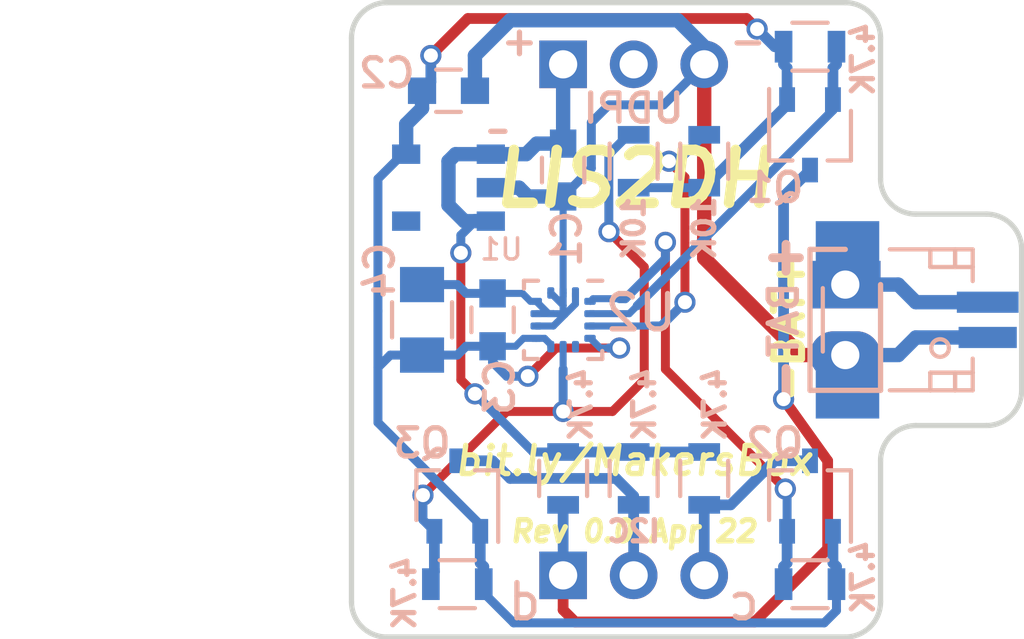
<source format=kicad_pcb>
(kicad_pcb (version 20171130) (host pcbnew "(5.1.10)-1")

  (general
    (thickness 1.6)
    (drawings 29)
    (tracks 197)
    (zones 0)
    (modules 21)
    (nets 12)
  )

  (page A)
  (title_block
    (title "Lights ATtiny826")
    (date 2022-03-18)
    (rev 0.0)
    (company www.MakersBox.us)
    (comment 1 648.ken@gmail.com)
  )

  (layers
    (0 F.Cu signal hide)
    (31 B.Cu signal hide)
    (32 B.Adhes user hide)
    (33 F.Adhes user hide)
    (34 B.Paste user hide)
    (35 F.Paste user hide)
    (36 B.SilkS user hide)
    (37 F.SilkS user hide)
    (38 B.Mask user hide)
    (39 F.Mask user hide)
    (40 Dwgs.User user)
    (41 Cmts.User user)
    (42 Eco1.User user)
    (43 Eco2.User user hide)
    (44 Edge.Cuts user)
    (45 Margin user)
    (46 B.CrtYd user)
    (47 F.CrtYd user)
    (48 B.Fab user)
    (49 F.Fab user)
  )

  (setup
    (last_trace_width 0.2)
    (user_trace_width 0.254)
    (user_trace_width 0.3048)
    (user_trace_width 0.4064)
    (user_trace_width 0.6096)
    (trace_clearance 0.127)
    (zone_clearance 0.508)
    (zone_45_only no)
    (trace_min 0.2)
    (via_size 0.6)
    (via_drill 0.4)
    (via_min_size 0.4)
    (via_min_drill 0.3)
    (uvia_size 0.3)
    (uvia_drill 0.1)
    (uvias_allowed no)
    (uvia_min_size 0.2)
    (uvia_min_drill 0.1)
    (edge_width 0.15)
    (segment_width 0.2)
    (pcb_text_width 0.3)
    (pcb_text_size 1.5 1.5)
    (mod_edge_width 0.15)
    (mod_text_size 1 1)
    (mod_text_width 0.15)
    (pad_size 0.8 0.2)
    (pad_drill 0)
    (pad_to_mask_clearance 0)
    (aux_axis_origin 0 0)
    (visible_elements 7FFFFFFF)
    (pcbplotparams
      (layerselection 0x00030_80000001)
      (usegerberextensions false)
      (usegerberattributes true)
      (usegerberadvancedattributes true)
      (creategerberjobfile true)
      (excludeedgelayer true)
      (linewidth 0.100000)
      (plotframeref false)
      (viasonmask false)
      (mode 1)
      (useauxorigin false)
      (hpglpennumber 1)
      (hpglpenspeed 20)
      (hpglpendiameter 15.000000)
      (psnegative false)
      (psa4output false)
      (plotreference true)
      (plotvalue true)
      (plotinvisibletext false)
      (padsonsilk false)
      (subtractmaskfromsilk false)
      (outputformat 1)
      (mirror false)
      (drillshape 0)
      (scaleselection 1)
      (outputdirectory ""))
  )

  (net 0 "")
  (net 1 GND)
  (net 2 "Net-(J1-Pad2)")
  (net 3 VCC)
  (net 4 +3V3)
  (net 5 /SCL)
  (net 6 /INT)
  (net 7 /SDA)
  (net 8 /SDA_3V3)
  (net 9 /SCL_3V3)
  (net 10 /INT_3V3)
  (net 11 "Net-(R7-Pad2)")

  (net_class Default "This is the default net class."
    (clearance 0.127)
    (trace_width 0.2)
    (via_dia 0.6)
    (via_drill 0.4)
    (uvia_dia 0.3)
    (uvia_drill 0.1)
    (add_net +3V3)
    (add_net /INT)
    (add_net /INT_3V3)
    (add_net /SCL)
    (add_net /SCL_3V3)
    (add_net /SDA)
    (add_net /SDA_3V3)
    (add_net GND)
    (add_net "Net-(J1-Pad2)")
    (add_net "Net-(R7-Pad2)")
    (add_net VCC)
  )

  (module footprints:PIN_HEADER_LED (layer B.Cu) (tedit 6234EFD3) (tstamp 60357F5B)
    (at 145 92 180)
    (descr "Through hole straight pin header, 1x02, 2.00mm pitch, single row")
    (tags "Through hole pin header THT 1x02 2.00mm single row")
    (path /60347008)
    (fp_text reference J2 (at 0 2.06 180) (layer B.SilkS) hide
      (effects (font (size 1 1) (thickness 0.15)) (justify mirror))
    )
    (fp_text value BAT (at 1.75 -1 270) (layer B.SilkS)
      (effects (font (size 0.8 0.8) (thickness 0.15)) (justify mirror))
    )
    (fp_line (start -1 0) (end -1 -3) (layer B.SilkS) (width 0.15))
    (fp_line (start -1 -3) (end 1 -3) (layer B.SilkS) (width 0.15))
    (fp_line (start 1 -3) (end 1 1) (layer B.SilkS) (width 0.15))
    (fp_line (start 1 1) (end 0 1) (layer B.SilkS) (width 0.15))
    (fp_line (start -0.5 1) (end 1 1) (layer B.Fab) (width 0.1))
    (fp_line (start 1 1) (end 1 -3) (layer B.Fab) (width 0.1))
    (fp_line (start 1 -3) (end -1 -3) (layer B.Fab) (width 0.1))
    (fp_line (start -1 -3) (end -1 0.5) (layer B.Fab) (width 0.1))
    (fp_line (start -1 0.5) (end -0.5 1) (layer B.Fab) (width 0.1))
    (fp_line (start -1.5 1.5) (end -1.5 -3.5) (layer B.CrtYd) (width 0.05))
    (fp_line (start -1.5 -3.5) (end 1.5 -3.5) (layer B.CrtYd) (width 0.05))
    (fp_line (start 1.5 -3.5) (end 1.5 1.5) (layer B.CrtYd) (width 0.05))
    (fp_line (start 1.5 1.5) (end -1.5 1.5) (layer B.CrtYd) (width 0.05))
    (fp_text user %R (at 0 -1 90) (layer B.Fab)
      (effects (font (size 1 1) (thickness 0.15)) (justify mirror))
    )
    (pad 1 thru_hole rect (at 0 0 180) (size 2 1.35) (drill 0.8) (layers *.Cu *.Mask)
      (net 2 "Net-(J1-Pad2)"))
    (pad 2 thru_hole oval (at 0 -2 180) (size 2 1.35) (drill 0.8) (layers *.Cu *.Mask)
      (net 1 GND))
    (model ${KISYS3DMOD}/Pin_Headers.3dshapes/Pin_Header_Straight_1x02_Pitch2.00mm.wrl
      (at (xyz 0 0 0))
      (scale (xyz 1 1 1))
      (rotate (xyz 0 0 0))
    )
  )

  (module footprints:JST_SH_SM02B_hand_solder (layer B.Cu) (tedit 6041D3AA) (tstamp 60425510)
    (at 147 93 90)
    (descr http://www.jst-mfg.com/product/pdf/eng/eSH.pdf)
    (tags "connector jst sh")
    (path /6041C3A6)
    (attr smd)
    (fp_text reference J1 (at -0.5 4 90) (layer B.SilkS) hide
      (effects (font (size 1 1) (thickness 0.15)) (justify mirror))
    )
    (fp_text value JST-SH (at 0 -4.5 90) (layer B.Fab)
      (effects (font (size 1 1) (thickness 0.15)) (justify mirror))
    )
    (fp_circle (center -0.8 0.6875) (end -0.55 0.6875) (layer B.SilkS) (width 0.12))
    (fp_line (start -0.9 -2.6375) (end 0.9 -2.6375) (layer B.SilkS) (width 0.12))
    (fp_line (start -2 -0.7375) (end -2 1.6125) (layer B.SilkS) (width 0.12))
    (fp_line (start -2 1.6125) (end -1.1 1.6125) (layer B.SilkS) (width 0.12))
    (fp_line (start -1.5 1.6125) (end -1.5 0.4125) (layer B.SilkS) (width 0.12))
    (fp_line (start -1.5 0.4125) (end -1.5 0.4125) (layer B.SilkS) (width 0.12))
    (fp_line (start -1.5 0.4125) (end -1.5 1.6125) (layer B.SilkS) (width 0.12))
    (fp_line (start -1.5 1.6125) (end -1.5 1.6125) (layer B.SilkS) (width 0.12))
    (fp_line (start -1.5 1.1125) (end -1.5 1.1125) (layer B.SilkS) (width 0.12))
    (fp_line (start -1.5 1.1125) (end -2 1.1125) (layer B.SilkS) (width 0.12))
    (fp_line (start -2 1.1125) (end -2 1.1125) (layer B.SilkS) (width 0.12))
    (fp_line (start -2 1.1125) (end -1.5 1.1125) (layer B.SilkS) (width 0.12))
    (fp_line (start -1.5 0.4125) (end -1.5 0.4125) (layer B.SilkS) (width 0.12))
    (fp_line (start -1.5 0.4125) (end -2 0.4125) (layer B.SilkS) (width 0.12))
    (fp_line (start -2 0.4125) (end -2 0.4125) (layer B.SilkS) (width 0.12))
    (fp_line (start -2 0.4125) (end -1.5 0.4125) (layer B.SilkS) (width 0.12))
    (fp_line (start 2 -0.7375) (end 2 1.6125) (layer B.SilkS) (width 0.12))
    (fp_line (start 2 1.6125) (end 1.1 1.6125) (layer B.SilkS) (width 0.12))
    (fp_line (start 1.5 1.6125) (end 1.5 0.4125) (layer B.SilkS) (width 0.12))
    (fp_line (start 1.5 0.4125) (end 1.5 0.4125) (layer B.SilkS) (width 0.12))
    (fp_line (start 1.5 0.4125) (end 1.5 1.6125) (layer B.SilkS) (width 0.12))
    (fp_line (start 1.5 1.6125) (end 1.5 1.6125) (layer B.SilkS) (width 0.12))
    (fp_line (start 1.5 1.1125) (end 1.5 1.1125) (layer B.SilkS) (width 0.12))
    (fp_line (start 1.5 1.1125) (end 2 1.1125) (layer B.SilkS) (width 0.12))
    (fp_line (start 2 1.1125) (end 2 1.1125) (layer B.SilkS) (width 0.12))
    (fp_line (start 2 1.1125) (end 1.5 1.1125) (layer B.SilkS) (width 0.12))
    (fp_line (start 1.5 0.4125) (end 1.5 0.4125) (layer B.SilkS) (width 0.12))
    (fp_line (start 1.5 0.4125) (end 2 0.4125) (layer B.SilkS) (width 0.12))
    (fp_line (start 2 0.4125) (end 2 0.4125) (layer B.SilkS) (width 0.12))
    (fp_line (start 2 0.4125) (end 1.5 0.4125) (layer B.SilkS) (width 0.12))
    (fp_line (start -2.9 -3.35) (end -2.9 3.25) (layer B.CrtYd) (width 0.05))
    (fp_line (start -2.9 3.25) (end 2.9 3.25) (layer B.CrtYd) (width 0.05))
    (fp_line (start 2.9 3.25) (end 2.9 -3.35) (layer B.CrtYd) (width 0.05))
    (fp_line (start 2.9 -3.35) (end -2.9 -3.35) (layer B.CrtYd) (width 0.05))
    (pad 1 smd rect (at -0.5 2.0375 90) (size 0.6 1.65) (layers B.Cu B.Paste B.Mask)
      (net 1 GND))
    (pad 2 smd rect (at 0.5 2.0375 90) (size 0.6 1.75) (layers B.Cu B.Paste B.Mask)
      (net 2 "Net-(J1-Pad2)"))
    (pad 1 smd rect (at -2 -1.9375 90) (size 1.6 1.8) (layers B.Cu B.Paste B.Mask)
      (net 1 GND))
    (pad 2 smd rect (at 2 -1.9375 90) (size 1.6 1.8) (layers B.Cu B.Paste B.Mask)
      (net 2 "Net-(J1-Pad2)"))
  )

  (module footprints:PinHeader_1x03_P2.00mm_Vertical (layer B.Cu) (tedit 624D22E6) (tstamp 625AF1CC)
    (at 137 85.75 270)
    (descr "Through hole straight pin header, 1x03, 2.00mm pitch, single row")
    (tags "Through hole pin header THT 1x03 2.00mm single row")
    (path /623F35D1)
    (fp_text reference J4 (at 0 2.06 90) (layer B.SilkS) hide
      (effects (font (size 1 1) (thickness 0.15)) (justify mirror))
    )
    (fp_text value UDPI (at 1.25 -2 180) (layer B.SilkS)
      (effects (font (size 0.8 0.8) (thickness 0.15)) (justify mirror))
    )
    (fp_line (start 1.5 1.5) (end -1.5 1.5) (layer B.CrtYd) (width 0.05))
    (fp_line (start 1.5 -5.5) (end 1.5 1.5) (layer B.CrtYd) (width 0.05))
    (fp_line (start -1.5 -5.5) (end 1.5 -5.5) (layer B.CrtYd) (width 0.05))
    (fp_line (start -1.5 1.5) (end -1.5 -5.5) (layer B.CrtYd) (width 0.05))
    (fp_line (start -1 0.5) (end -0.5 1) (layer B.Fab) (width 0.1))
    (fp_line (start -1 -5) (end -1 0.5) (layer B.Fab) (width 0.1))
    (fp_line (start 1 -5) (end -1 -5) (layer B.Fab) (width 0.1))
    (fp_line (start 1 1) (end 1 -5) (layer B.Fab) (width 0.1))
    (fp_line (start -0.5 1) (end 1 1) (layer B.Fab) (width 0.1))
    (fp_text user %R (at 0 -2 180) (layer B.Fab)
      (effects (font (size 1 1) (thickness 0.15)) (justify mirror))
    )
    (pad 3 thru_hole oval (at 0 -4 270) (size 1.35 1.35) (drill 0.8) (layers *.Cu *.Mask)
      (net 1 GND))
    (pad 2 thru_hole oval (at 0 -2 270) (size 1.35 1.35) (drill 0.8) (layers *.Cu *.Mask))
    (pad 1 thru_hole rect (at 0 0 270) (size 1.35 1.35) (drill 0.8) (layers *.Cu *.Mask)
      (net 3 VCC))
    (model ${KISYS3DMOD}/Connector_PinHeader_2.00mm.3dshapes/PinHeader_1x03_P2.00mm_Vertical.wrl
      (at (xyz 0 0 0))
      (scale (xyz 1 1 1))
      (rotate (xyz 0 0 0))
    )
  )

  (module footprints:PinHeader_1x03_P2.00mm_Vertical (layer B.Cu) (tedit 624D22E6) (tstamp 625AF103)
    (at 137 100.25 270)
    (descr "Through hole straight pin header, 1x03, 2.00mm pitch, single row")
    (tags "Through hole pin header THT 1x03 2.00mm single row")
    (path /625B2420)
    (fp_text reference J8 (at 0 2.06 270) (layer B.SilkS) hide
      (effects (font (size 1 1) (thickness 0.15)) (justify mirror))
    )
    (fp_text value I2C (at -1.25 -2) (layer B.SilkS)
      (effects (font (size 0.6 0.6) (thickness 0.15)) (justify mirror))
    )
    (fp_line (start -0.5 1) (end 1 1) (layer B.Fab) (width 0.1))
    (fp_line (start 1 1) (end 1 -5) (layer B.Fab) (width 0.1))
    (fp_line (start 1 -5) (end -1 -5) (layer B.Fab) (width 0.1))
    (fp_line (start -1 -5) (end -1 0.5) (layer B.Fab) (width 0.1))
    (fp_line (start -1 0.5) (end -0.5 1) (layer B.Fab) (width 0.1))
    (fp_line (start -1.5 1.5) (end -1.5 -5.5) (layer B.CrtYd) (width 0.05))
    (fp_line (start -1.5 -5.5) (end 1.5 -5.5) (layer B.CrtYd) (width 0.05))
    (fp_line (start 1.5 -5.5) (end 1.5 1.5) (layer B.CrtYd) (width 0.05))
    (fp_line (start 1.5 1.5) (end -1.5 1.5) (layer B.CrtYd) (width 0.05))
    (fp_text user %R (at 0 -2) (layer B.Fab)
      (effects (font (size 1 1) (thickness 0.15)) (justify mirror))
    )
    (pad 3 thru_hole oval (at 0 -4 270) (size 1.35 1.35) (drill 0.8) (layers *.Cu *.Mask)
      (net 5 /SCL))
    (pad 2 thru_hole oval (at 0 -2 270) (size 1.35 1.35) (drill 0.8) (layers *.Cu *.Mask)
      (net 6 /INT))
    (pad 1 thru_hole rect (at 0 0 270) (size 1.35 1.35) (drill 0.8) (layers *.Cu *.Mask)
      (net 7 /SDA))
    (model ${KISYS3DMOD}/Connector_PinHeader_2.00mm.3dshapes/PinHeader_1x03_P2.00mm_Vertical.wrl
      (at (xyz 0 0 0))
      (scale (xyz 1 1 1))
      (rotate (xyz 0 0 0))
    )
  )

  (module footprints:C_0603 (layer B.Cu) (tedit 59958EE7) (tstamp 625B6BF6)
    (at 137 88.75 270)
    (descr "Capacitor SMD 0603, reflow soldering, AVX (see smccp.pdf)")
    (tags "capacitor 0603")
    (path /62632022)
    (attr smd)
    (fp_text reference C1 (at 1.95 -0.1 270) (layer B.SilkS)
      (effects (font (size 0.8 0.8) (thickness 0.15)) (justify mirror))
    )
    (fp_text value 0.1uF (at 0 -1.5 270) (layer B.Fab)
      (effects (font (size 1 1) (thickness 0.15)) (justify mirror))
    )
    (fp_line (start -0.8 -0.4) (end -0.8 0.4) (layer B.Fab) (width 0.1))
    (fp_line (start 0.8 -0.4) (end -0.8 -0.4) (layer B.Fab) (width 0.1))
    (fp_line (start 0.8 0.4) (end 0.8 -0.4) (layer B.Fab) (width 0.1))
    (fp_line (start -0.8 0.4) (end 0.8 0.4) (layer B.Fab) (width 0.1))
    (fp_line (start -0.35 0.6) (end 0.35 0.6) (layer B.SilkS) (width 0.12))
    (fp_line (start 0.35 -0.6) (end -0.35 -0.6) (layer B.SilkS) (width 0.12))
    (fp_line (start -1.4 0.65) (end 1.4 0.65) (layer B.CrtYd) (width 0.05))
    (fp_line (start -1.4 0.65) (end -1.4 -0.65) (layer B.CrtYd) (width 0.05))
    (fp_line (start 1.4 -0.65) (end 1.4 0.65) (layer B.CrtYd) (width 0.05))
    (fp_line (start 1.4 -0.65) (end -1.4 -0.65) (layer B.CrtYd) (width 0.05))
    (fp_text user %R (at 0 0 270) (layer B.Fab)
      (effects (font (size 0.3 0.3) (thickness 0.075)) (justify mirror))
    )
    (pad 1 smd rect (at -0.75 0 270) (size 0.8 0.75) (layers B.Cu B.Paste B.Mask)
      (net 3 VCC))
    (pad 2 smd rect (at 0.75 0 270) (size 0.8 0.75) (layers B.Cu B.Paste B.Mask)
      (net 1 GND))
    (model Capacitors_SMD.3dshapes/C_0603.wrl
      (at (xyz 0 0 0))
      (scale (xyz 1 1 1))
      (rotate (xyz 0 0 0))
    )
  )

  (module footprints:C_0603 (layer B.Cu) (tedit 59958EE7) (tstamp 625B89EC)
    (at 133.75 86.5)
    (descr "Capacitor SMD 0603, reflow soldering, AVX (see smccp.pdf)")
    (tags "capacitor 0603")
    (path /6263275A)
    (attr smd)
    (fp_text reference C2 (at -1.75 -0.5 180) (layer B.SilkS)
      (effects (font (size 0.8 0.8) (thickness 0.15)) (justify mirror))
    )
    (fp_text value 0.1uF (at 0 -1.5 180) (layer B.Fab)
      (effects (font (size 1 1) (thickness 0.15)) (justify mirror))
    )
    (fp_line (start 1.4 -0.65) (end -1.4 -0.65) (layer B.CrtYd) (width 0.05))
    (fp_line (start 1.4 -0.65) (end 1.4 0.65) (layer B.CrtYd) (width 0.05))
    (fp_line (start -1.4 0.65) (end -1.4 -0.65) (layer B.CrtYd) (width 0.05))
    (fp_line (start -1.4 0.65) (end 1.4 0.65) (layer B.CrtYd) (width 0.05))
    (fp_line (start 0.35 -0.6) (end -0.35 -0.6) (layer B.SilkS) (width 0.12))
    (fp_line (start -0.35 0.6) (end 0.35 0.6) (layer B.SilkS) (width 0.12))
    (fp_line (start -0.8 0.4) (end 0.8 0.4) (layer B.Fab) (width 0.1))
    (fp_line (start 0.8 0.4) (end 0.8 -0.4) (layer B.Fab) (width 0.1))
    (fp_line (start 0.8 -0.4) (end -0.8 -0.4) (layer B.Fab) (width 0.1))
    (fp_line (start -0.8 -0.4) (end -0.8 0.4) (layer B.Fab) (width 0.1))
    (fp_text user %R (at 0 0 180) (layer B.Fab)
      (effects (font (size 0.3 0.3) (thickness 0.075)) (justify mirror))
    )
    (pad 2 smd rect (at 0.75 0) (size 0.8 0.75) (layers B.Cu B.Paste B.Mask)
      (net 1 GND))
    (pad 1 smd rect (at -0.75 0) (size 0.8 0.75) (layers B.Cu B.Paste B.Mask)
      (net 4 +3V3))
    (model Capacitors_SMD.3dshapes/C_0603.wrl
      (at (xyz 0 0 0))
      (scale (xyz 1 1 1))
      (rotate (xyz 0 0 0))
    )
  )

  (module Package_TO_SOT_SMD:SOT-323_SC-70 (layer B.Cu) (tedit 5A02FF57) (tstamp 625B8905)
    (at 144 87.75 270)
    (descr "SOT-323, SC-70")
    (tags "SOT-323 SC-70")
    (path /62635788)
    (attr smd)
    (fp_text reference Q1 (at 1.5 1 180) (layer B.SilkS)
      (effects (font (size 0.8 0.8) (thickness 0.15)) (justify mirror))
    )
    (fp_text value BSS138 (at -0.05 -2.05 270) (layer B.Fab)
      (effects (font (size 1 1) (thickness 0.15)) (justify mirror))
    )
    (fp_line (start -0.18 1.1) (end -0.68 0.6) (layer B.Fab) (width 0.1))
    (fp_line (start 0.67 -1.1) (end -0.68 -1.1) (layer B.Fab) (width 0.1))
    (fp_line (start 0.67 1.1) (end 0.67 -1.1) (layer B.Fab) (width 0.1))
    (fp_line (start -0.68 0.6) (end -0.68 -1.1) (layer B.Fab) (width 0.1))
    (fp_line (start 0.67 1.1) (end -0.18 1.1) (layer B.Fab) (width 0.1))
    (fp_line (start -0.68 -1.16) (end 0.73 -1.16) (layer B.SilkS) (width 0.12))
    (fp_line (start 0.73 1.16) (end -1.3 1.16) (layer B.SilkS) (width 0.12))
    (fp_line (start -1.7 -1.3) (end -1.7 1.3) (layer B.CrtYd) (width 0.05))
    (fp_line (start -1.7 1.3) (end 1.7 1.3) (layer B.CrtYd) (width 0.05))
    (fp_line (start 1.7 1.3) (end 1.7 -1.3) (layer B.CrtYd) (width 0.05))
    (fp_line (start 1.7 -1.3) (end -1.7 -1.3) (layer B.CrtYd) (width 0.05))
    (fp_line (start 0.73 1.16) (end 0.73 0.5) (layer B.SilkS) (width 0.12))
    (fp_line (start 0.73 -0.5) (end 0.73 -1.16) (layer B.SilkS) (width 0.12))
    (fp_text user %R (at 0 0) (layer B.Fab)
      (effects (font (size 0.5 0.5) (thickness 0.075)) (justify mirror))
    )
    (pad 3 smd rect (at 1 0) (size 0.45 0.7) (layers B.Cu B.Paste B.Mask)
      (net 7 /SDA))
    (pad 2 smd rect (at -1 -0.65) (size 0.45 0.7) (layers B.Cu B.Paste B.Mask)
      (net 8 /SDA_3V3))
    (pad 1 smd rect (at -1 0.65) (size 0.45 0.7) (layers B.Cu B.Paste B.Mask)
      (net 4 +3V3))
    (model ${KISYS3DMOD}/Package_TO_SOT_SMD.3dshapes/SOT-323_SC-70.wrl
      (at (xyz 0 0 0))
      (scale (xyz 1 1 1))
      (rotate (xyz 0 0 0))
    )
  )

  (module Package_TO_SOT_SMD:SOT-323_SC-70 (layer B.Cu) (tedit 5A02FF57) (tstamp 625B6C31)
    (at 144 98 90)
    (descr "SOT-323, SC-70")
    (tags "SOT-323 SC-70")
    (path /62649B2D)
    (attr smd)
    (fp_text reference Q2 (at 1.5 -1 -180) (layer B.SilkS)
      (effects (font (size 0.8 0.8) (thickness 0.15)) (justify mirror))
    )
    (fp_text value BSS138 (at -0.05 -2.05 -90) (layer B.Fab)
      (effects (font (size 1 1) (thickness 0.15)) (justify mirror))
    )
    (fp_line (start 0.73 -0.5) (end 0.73 -1.16) (layer B.SilkS) (width 0.12))
    (fp_line (start 0.73 1.16) (end 0.73 0.5) (layer B.SilkS) (width 0.12))
    (fp_line (start 1.7 -1.3) (end -1.7 -1.3) (layer B.CrtYd) (width 0.05))
    (fp_line (start 1.7 1.3) (end 1.7 -1.3) (layer B.CrtYd) (width 0.05))
    (fp_line (start -1.7 1.3) (end 1.7 1.3) (layer B.CrtYd) (width 0.05))
    (fp_line (start -1.7 -1.3) (end -1.7 1.3) (layer B.CrtYd) (width 0.05))
    (fp_line (start 0.73 1.16) (end -1.3 1.16) (layer B.SilkS) (width 0.12))
    (fp_line (start -0.68 -1.16) (end 0.73 -1.16) (layer B.SilkS) (width 0.12))
    (fp_line (start 0.67 1.1) (end -0.18 1.1) (layer B.Fab) (width 0.1))
    (fp_line (start -0.68 0.6) (end -0.68 -1.1) (layer B.Fab) (width 0.1))
    (fp_line (start 0.67 1.1) (end 0.67 -1.1) (layer B.Fab) (width 0.1))
    (fp_line (start 0.67 -1.1) (end -0.68 -1.1) (layer B.Fab) (width 0.1))
    (fp_line (start -0.18 1.1) (end -0.68 0.6) (layer B.Fab) (width 0.1))
    (fp_text user %R (at 0 0) (layer B.Fab)
      (effects (font (size 0.5 0.5) (thickness 0.075)) (justify mirror))
    )
    (pad 1 smd rect (at -1 0.65 180) (size 0.45 0.7) (layers B.Cu B.Paste B.Mask)
      (net 4 +3V3))
    (pad 2 smd rect (at -1 -0.65 180) (size 0.45 0.7) (layers B.Cu B.Paste B.Mask)
      (net 9 /SCL_3V3))
    (pad 3 smd rect (at 1 0 180) (size 0.45 0.7) (layers B.Cu B.Paste B.Mask)
      (net 5 /SCL))
    (model ${KISYS3DMOD}/Package_TO_SOT_SMD.3dshapes/SOT-323_SC-70.wrl
      (at (xyz 0 0 0))
      (scale (xyz 1 1 1))
      (rotate (xyz 0 0 0))
    )
  )

  (module Package_TO_SOT_SMD:SOT-323_SC-70 (layer B.Cu) (tedit 5A02FF57) (tstamp 625B74F9)
    (at 134 98 90)
    (descr "SOT-323, SC-70")
    (tags "SOT-323 SC-70")
    (path /6264F167)
    (attr smd)
    (fp_text reference Q3 (at 1.5 -1 180) (layer B.SilkS)
      (effects (font (size 0.8 0.8) (thickness 0.15)) (justify mirror))
    )
    (fp_text value BSS138 (at -0.05 -2.05 -90) (layer B.Fab)
      (effects (font (size 1 1) (thickness 0.15)) (justify mirror))
    )
    (fp_line (start 0.73 -0.5) (end 0.73 -1.16) (layer B.SilkS) (width 0.12))
    (fp_line (start 0.73 1.16) (end 0.73 0.5) (layer B.SilkS) (width 0.12))
    (fp_line (start 1.7 -1.3) (end -1.7 -1.3) (layer B.CrtYd) (width 0.05))
    (fp_line (start 1.7 1.3) (end 1.7 -1.3) (layer B.CrtYd) (width 0.05))
    (fp_line (start -1.7 1.3) (end 1.7 1.3) (layer B.CrtYd) (width 0.05))
    (fp_line (start -1.7 -1.3) (end -1.7 1.3) (layer B.CrtYd) (width 0.05))
    (fp_line (start 0.73 1.16) (end -1.3 1.16) (layer B.SilkS) (width 0.12))
    (fp_line (start -0.68 -1.16) (end 0.73 -1.16) (layer B.SilkS) (width 0.12))
    (fp_line (start 0.67 1.1) (end -0.18 1.1) (layer B.Fab) (width 0.1))
    (fp_line (start -0.68 0.6) (end -0.68 -1.1) (layer B.Fab) (width 0.1))
    (fp_line (start 0.67 1.1) (end 0.67 -1.1) (layer B.Fab) (width 0.1))
    (fp_line (start 0.67 -1.1) (end -0.68 -1.1) (layer B.Fab) (width 0.1))
    (fp_line (start -0.18 1.1) (end -0.68 0.6) (layer B.Fab) (width 0.1))
    (fp_text user %R (at 0 0) (layer B.Fab)
      (effects (font (size 0.5 0.5) (thickness 0.075)) (justify mirror))
    )
    (pad 1 smd rect (at -1 0.65 180) (size 0.45 0.7) (layers B.Cu B.Paste B.Mask)
      (net 4 +3V3))
    (pad 2 smd rect (at -1 -0.65 180) (size 0.45 0.7) (layers B.Cu B.Paste B.Mask)
      (net 10 /INT_3V3))
    (pad 3 smd rect (at 1 0 180) (size 0.45 0.7) (layers B.Cu B.Paste B.Mask)
      (net 6 /INT))
    (model ${KISYS3DMOD}/Package_TO_SOT_SMD.3dshapes/SOT-323_SC-70.wrl
      (at (xyz 0 0 0))
      (scale (xyz 1 1 1))
      (rotate (xyz 0 0 0))
    )
  )

  (module footprints:R_0603 (layer B.Cu) (tedit 624CF025) (tstamp 625B6C57)
    (at 137 97.5 270)
    (descr "Resistor SMD 0603, reflow soldering, Vishay (see dcrcw.pdf)")
    (tags "resistor 0603")
    (path /62641D17)
    (attr smd)
    (fp_text reference R1 (at 0 0 90) (layer B.SilkS) hide
      (effects (font (size 0.4 0.4) (thickness 0.1)) (justify mirror))
    )
    (fp_text value 4.7K (at -2.1 -0.5 90) (layer B.SilkS)
      (effects (font (size 0.6 0.6) (thickness 0.15)) (justify mirror))
    )
    (fp_line (start 1.25 -0.7) (end -1.25 -0.7) (layer B.CrtYd) (width 0.05))
    (fp_line (start 1.25 -0.7) (end 1.25 0.7) (layer B.CrtYd) (width 0.05))
    (fp_line (start -1.25 0.7) (end -1.25 -0.7) (layer B.CrtYd) (width 0.05))
    (fp_line (start -1.25 0.7) (end 1.25 0.7) (layer B.CrtYd) (width 0.05))
    (fp_line (start -0.5 0.68) (end 0.5 0.68) (layer B.SilkS) (width 0.12))
    (fp_line (start 0.5 -0.68) (end -0.5 -0.68) (layer B.SilkS) (width 0.12))
    (fp_line (start -0.8 0.4) (end 0.8 0.4) (layer B.Fab) (width 0.1))
    (fp_line (start 0.8 0.4) (end 0.8 -0.4) (layer B.Fab) (width 0.1))
    (fp_line (start 0.8 -0.4) (end -0.8 -0.4) (layer B.Fab) (width 0.1))
    (fp_line (start -0.8 -0.4) (end -0.8 0.4) (layer B.Fab) (width 0.1))
    (fp_text user %R (at 0 0 90) (layer B.Fab)
      (effects (font (size 0.4 0.4) (thickness 0.075)) (justify mirror))
    )
    (pad 2 smd rect (at 0.75 0 270) (size 0.5 0.9) (layers B.Cu B.Paste B.Mask)
      (net 7 /SDA))
    (pad 1 smd rect (at -0.75 0 270) (size 0.5 0.9) (layers B.Cu B.Paste B.Mask)
      (net 3 VCC))
    (model ${KISYS3DMOD}/Resistors_SMD.3dshapes/R_0603.wrl
      (at (xyz 0 0 0))
      (scale (xyz 1 1 1))
      (rotate (xyz 0 0 0))
    )
  )

  (module footprints:R_0603 (layer B.Cu) (tedit 624CF025) (tstamp 625B6C68)
    (at 141 97.5 270)
    (descr "Resistor SMD 0603, reflow soldering, Vishay (see dcrcw.pdf)")
    (tags "resistor 0603")
    (path /62649B45)
    (attr smd)
    (fp_text reference R2 (at 0 0 90) (layer B.SilkS) hide
      (effects (font (size 0.4 0.4) (thickness 0.1)) (justify mirror))
    )
    (fp_text value 4.7K (at -2.1 -0.3 90) (layer B.SilkS)
      (effects (font (size 0.6 0.6) (thickness 0.15)) (justify mirror))
    )
    (fp_line (start -0.8 -0.4) (end -0.8 0.4) (layer B.Fab) (width 0.1))
    (fp_line (start 0.8 -0.4) (end -0.8 -0.4) (layer B.Fab) (width 0.1))
    (fp_line (start 0.8 0.4) (end 0.8 -0.4) (layer B.Fab) (width 0.1))
    (fp_line (start -0.8 0.4) (end 0.8 0.4) (layer B.Fab) (width 0.1))
    (fp_line (start 0.5 -0.68) (end -0.5 -0.68) (layer B.SilkS) (width 0.12))
    (fp_line (start -0.5 0.68) (end 0.5 0.68) (layer B.SilkS) (width 0.12))
    (fp_line (start -1.25 0.7) (end 1.25 0.7) (layer B.CrtYd) (width 0.05))
    (fp_line (start -1.25 0.7) (end -1.25 -0.7) (layer B.CrtYd) (width 0.05))
    (fp_line (start 1.25 -0.7) (end 1.25 0.7) (layer B.CrtYd) (width 0.05))
    (fp_line (start 1.25 -0.7) (end -1.25 -0.7) (layer B.CrtYd) (width 0.05))
    (fp_text user %R (at 0 0 90) (layer B.Fab)
      (effects (font (size 0.4 0.4) (thickness 0.075)) (justify mirror))
    )
    (pad 1 smd rect (at -0.75 0 270) (size 0.5 0.9) (layers B.Cu B.Paste B.Mask)
      (net 3 VCC))
    (pad 2 smd rect (at 0.75 0 270) (size 0.5 0.9) (layers B.Cu B.Paste B.Mask)
      (net 5 /SCL))
    (model ${KISYS3DMOD}/Resistors_SMD.3dshapes/R_0603.wrl
      (at (xyz 0 0 0))
      (scale (xyz 1 1 1))
      (rotate (xyz 0 0 0))
    )
  )

  (module footprints:R_0603 (layer B.Cu) (tedit 624CF025) (tstamp 625B7EB7)
    (at 139 97.5 270)
    (descr "Resistor SMD 0603, reflow soldering, Vishay (see dcrcw.pdf)")
    (tags "resistor 0603")
    (path /6264F17F)
    (attr smd)
    (fp_text reference R3 (at 0 0 90) (layer B.SilkS) hide
      (effects (font (size 0.4 0.4) (thickness 0.1)) (justify mirror))
    )
    (fp_text value 4.7K (at -2.1 -0.3 90) (layer B.SilkS)
      (effects (font (size 0.6 0.6) (thickness 0.15)) (justify mirror))
    )
    (fp_line (start -0.8 -0.4) (end -0.8 0.4) (layer B.Fab) (width 0.1))
    (fp_line (start 0.8 -0.4) (end -0.8 -0.4) (layer B.Fab) (width 0.1))
    (fp_line (start 0.8 0.4) (end 0.8 -0.4) (layer B.Fab) (width 0.1))
    (fp_line (start -0.8 0.4) (end 0.8 0.4) (layer B.Fab) (width 0.1))
    (fp_line (start 0.5 -0.68) (end -0.5 -0.68) (layer B.SilkS) (width 0.12))
    (fp_line (start -0.5 0.68) (end 0.5 0.68) (layer B.SilkS) (width 0.12))
    (fp_line (start -1.25 0.7) (end 1.25 0.7) (layer B.CrtYd) (width 0.05))
    (fp_line (start -1.25 0.7) (end -1.25 -0.7) (layer B.CrtYd) (width 0.05))
    (fp_line (start 1.25 -0.7) (end 1.25 0.7) (layer B.CrtYd) (width 0.05))
    (fp_line (start 1.25 -0.7) (end -1.25 -0.7) (layer B.CrtYd) (width 0.05))
    (fp_text user %R (at 0 0 90) (layer B.Fab)
      (effects (font (size 0.4 0.4) (thickness 0.075)) (justify mirror))
    )
    (pad 1 smd rect (at -0.75 0 270) (size 0.5 0.9) (layers B.Cu B.Paste B.Mask)
      (net 3 VCC))
    (pad 2 smd rect (at 0.75 0 270) (size 0.5 0.9) (layers B.Cu B.Paste B.Mask)
      (net 6 /INT))
    (model ${KISYS3DMOD}/Resistors_SMD.3dshapes/R_0603.wrl
      (at (xyz 0 0 0))
      (scale (xyz 1 1 1))
      (rotate (xyz 0 0 0))
    )
  )

  (module footprints:R_0603 (layer B.Cu) (tedit 624CF025) (tstamp 625B6C8A)
    (at 144 85.25)
    (descr "Resistor SMD 0603, reflow soldering, Vishay (see dcrcw.pdf)")
    (tags "resistor 0603")
    (path /62647902)
    (attr smd)
    (fp_text reference R4 (at 0 0) (layer B.SilkS) hide
      (effects (font (size 0.4 0.4) (thickness 0.1)) (justify mirror))
    )
    (fp_text value 4.7K (at 1.5 0.35 90) (layer B.SilkS)
      (effects (font (size 0.6 0.6) (thickness 0.15)) (justify mirror))
    )
    (fp_line (start -0.8 -0.4) (end -0.8 0.4) (layer B.Fab) (width 0.1))
    (fp_line (start 0.8 -0.4) (end -0.8 -0.4) (layer B.Fab) (width 0.1))
    (fp_line (start 0.8 0.4) (end 0.8 -0.4) (layer B.Fab) (width 0.1))
    (fp_line (start -0.8 0.4) (end 0.8 0.4) (layer B.Fab) (width 0.1))
    (fp_line (start 0.5 -0.68) (end -0.5 -0.68) (layer B.SilkS) (width 0.12))
    (fp_line (start -0.5 0.68) (end 0.5 0.68) (layer B.SilkS) (width 0.12))
    (fp_line (start -1.25 0.7) (end 1.25 0.7) (layer B.CrtYd) (width 0.05))
    (fp_line (start -1.25 0.7) (end -1.25 -0.7) (layer B.CrtYd) (width 0.05))
    (fp_line (start 1.25 -0.7) (end 1.25 0.7) (layer B.CrtYd) (width 0.05))
    (fp_line (start 1.25 -0.7) (end -1.25 -0.7) (layer B.CrtYd) (width 0.05))
    (fp_text user %R (at 0 0) (layer B.Fab)
      (effects (font (size 0.4 0.4) (thickness 0.075)) (justify mirror))
    )
    (pad 1 smd rect (at -0.75 0) (size 0.5 0.9) (layers B.Cu B.Paste B.Mask)
      (net 4 +3V3))
    (pad 2 smd rect (at 0.75 0) (size 0.5 0.9) (layers B.Cu B.Paste B.Mask)
      (net 8 /SDA_3V3))
    (model ${KISYS3DMOD}/Resistors_SMD.3dshapes/R_0603.wrl
      (at (xyz 0 0 0))
      (scale (xyz 1 1 1))
      (rotate (xyz 0 0 0))
    )
  )

  (module footprints:R_0603 (layer B.Cu) (tedit 624CF025) (tstamp 625B6C9B)
    (at 144 100.5 180)
    (descr "Resistor SMD 0603, reflow soldering, Vishay (see dcrcw.pdf)")
    (tags "resistor 0603")
    (path /62649B5D)
    (attr smd)
    (fp_text reference R5 (at 0 0) (layer B.SilkS) hide
      (effects (font (size 0.4 0.4) (thickness 0.1)) (justify mirror))
    )
    (fp_text value 4.7K (at -1.5 0.2 90) (layer B.SilkS)
      (effects (font (size 0.6 0.6) (thickness 0.15)) (justify mirror))
    )
    (fp_line (start 1.25 -0.7) (end -1.25 -0.7) (layer B.CrtYd) (width 0.05))
    (fp_line (start 1.25 -0.7) (end 1.25 0.7) (layer B.CrtYd) (width 0.05))
    (fp_line (start -1.25 0.7) (end -1.25 -0.7) (layer B.CrtYd) (width 0.05))
    (fp_line (start -1.25 0.7) (end 1.25 0.7) (layer B.CrtYd) (width 0.05))
    (fp_line (start -0.5 0.68) (end 0.5 0.68) (layer B.SilkS) (width 0.12))
    (fp_line (start 0.5 -0.68) (end -0.5 -0.68) (layer B.SilkS) (width 0.12))
    (fp_line (start -0.8 0.4) (end 0.8 0.4) (layer B.Fab) (width 0.1))
    (fp_line (start 0.8 0.4) (end 0.8 -0.4) (layer B.Fab) (width 0.1))
    (fp_line (start 0.8 -0.4) (end -0.8 -0.4) (layer B.Fab) (width 0.1))
    (fp_line (start -0.8 -0.4) (end -0.8 0.4) (layer B.Fab) (width 0.1))
    (fp_text user %R (at 0 0) (layer B.Fab)
      (effects (font (size 0.4 0.4) (thickness 0.075)) (justify mirror))
    )
    (pad 2 smd rect (at 0.75 0 180) (size 0.5 0.9) (layers B.Cu B.Paste B.Mask)
      (net 9 /SCL_3V3))
    (pad 1 smd rect (at -0.75 0 180) (size 0.5 0.9) (layers B.Cu B.Paste B.Mask)
      (net 4 +3V3))
    (model ${KISYS3DMOD}/Resistors_SMD.3dshapes/R_0603.wrl
      (at (xyz 0 0 0))
      (scale (xyz 1 1 1))
      (rotate (xyz 0 0 0))
    )
  )

  (module footprints:R_0603 (layer B.Cu) (tedit 624CF025) (tstamp 625B8010)
    (at 134 100.5 180)
    (descr "Resistor SMD 0603, reflow soldering, Vishay (see dcrcw.pdf)")
    (tags "resistor 0603")
    (path /6264F197)
    (attr smd)
    (fp_text reference R6 (at 0 0) (layer B.SilkS) hide
      (effects (font (size 0.4 0.4) (thickness 0.1)) (justify mirror))
    )
    (fp_text value 4.7K (at 1.5 -0.25 90) (layer B.SilkS)
      (effects (font (size 0.6 0.6) (thickness 0.15)) (justify mirror))
    )
    (fp_line (start 1.25 -0.7) (end -1.25 -0.7) (layer B.CrtYd) (width 0.05))
    (fp_line (start 1.25 -0.7) (end 1.25 0.7) (layer B.CrtYd) (width 0.05))
    (fp_line (start -1.25 0.7) (end -1.25 -0.7) (layer B.CrtYd) (width 0.05))
    (fp_line (start -1.25 0.7) (end 1.25 0.7) (layer B.CrtYd) (width 0.05))
    (fp_line (start -0.5 0.68) (end 0.5 0.68) (layer B.SilkS) (width 0.12))
    (fp_line (start 0.5 -0.68) (end -0.5 -0.68) (layer B.SilkS) (width 0.12))
    (fp_line (start -0.8 0.4) (end 0.8 0.4) (layer B.Fab) (width 0.1))
    (fp_line (start 0.8 0.4) (end 0.8 -0.4) (layer B.Fab) (width 0.1))
    (fp_line (start 0.8 -0.4) (end -0.8 -0.4) (layer B.Fab) (width 0.1))
    (fp_line (start -0.8 -0.4) (end -0.8 0.4) (layer B.Fab) (width 0.1))
    (fp_text user %R (at 0 0) (layer B.Fab)
      (effects (font (size 0.4 0.4) (thickness 0.075)) (justify mirror))
    )
    (pad 2 smd rect (at 0.75 0 180) (size 0.5 0.9) (layers B.Cu B.Paste B.Mask)
      (net 10 /INT_3V3))
    (pad 1 smd rect (at -0.75 0 180) (size 0.5 0.9) (layers B.Cu B.Paste B.Mask)
      (net 4 +3V3))
    (model ${KISYS3DMOD}/Resistors_SMD.3dshapes/R_0603.wrl
      (at (xyz 0 0 0))
      (scale (xyz 1 1 1))
      (rotate (xyz 0 0 0))
    )
  )

  (module footprints:R_0603 (layer B.Cu) (tedit 624CF025) (tstamp 625B6CBD)
    (at 141 88.5 90)
    (descr "Resistor SMD 0603, reflow soldering, Vishay (see dcrcw.pdf)")
    (tags "resistor 0603")
    (path /62660D7F)
    (attr smd)
    (fp_text reference R7 (at 0 0 90) (layer B.SilkS) hide
      (effects (font (size 0.4 0.4) (thickness 0.1)) (justify mirror))
    )
    (fp_text value 10K (at -1.9 0 90) (layer B.SilkS)
      (effects (font (size 0.6 0.6) (thickness 0.15)) (justify mirror))
    )
    (fp_line (start 1.25 -0.7) (end -1.25 -0.7) (layer B.CrtYd) (width 0.05))
    (fp_line (start 1.25 -0.7) (end 1.25 0.7) (layer B.CrtYd) (width 0.05))
    (fp_line (start -1.25 0.7) (end -1.25 -0.7) (layer B.CrtYd) (width 0.05))
    (fp_line (start -1.25 0.7) (end 1.25 0.7) (layer B.CrtYd) (width 0.05))
    (fp_line (start -0.5 0.68) (end 0.5 0.68) (layer B.SilkS) (width 0.12))
    (fp_line (start 0.5 -0.68) (end -0.5 -0.68) (layer B.SilkS) (width 0.12))
    (fp_line (start -0.8 0.4) (end 0.8 0.4) (layer B.Fab) (width 0.1))
    (fp_line (start 0.8 0.4) (end 0.8 -0.4) (layer B.Fab) (width 0.1))
    (fp_line (start 0.8 -0.4) (end -0.8 -0.4) (layer B.Fab) (width 0.1))
    (fp_line (start -0.8 -0.4) (end -0.8 0.4) (layer B.Fab) (width 0.1))
    (fp_text user %R (at 0 0 90) (layer B.Fab)
      (effects (font (size 0.4 0.4) (thickness 0.075)) (justify mirror))
    )
    (pad 2 smd rect (at 0.75 0 90) (size 0.5 0.9) (layers B.Cu B.Paste B.Mask)
      (net 11 "Net-(R7-Pad2)"))
    (pad 1 smd rect (at -0.75 0 90) (size 0.5 0.9) (layers B.Cu B.Paste B.Mask)
      (net 4 +3V3))
    (model ${KISYS3DMOD}/Resistors_SMD.3dshapes/R_0603.wrl
      (at (xyz 0 0 0))
      (scale (xyz 1 1 1))
      (rotate (xyz 0 0 0))
    )
  )

  (module footprints:R_0603 (layer B.Cu) (tedit 624CF025) (tstamp 625B6CCE)
    (at 139 88.5 90)
    (descr "Resistor SMD 0603, reflow soldering, Vishay (see dcrcw.pdf)")
    (tags "resistor 0603")
    (path /6265D5B5)
    (attr smd)
    (fp_text reference R8 (at 0 0 90) (layer B.SilkS) hide
      (effects (font (size 0.4 0.4) (thickness 0.1)) (justify mirror))
    )
    (fp_text value 10K (at -1.9 0 90) (layer B.SilkS)
      (effects (font (size 0.6 0.6) (thickness 0.15)) (justify mirror))
    )
    (fp_line (start -0.8 -0.4) (end -0.8 0.4) (layer B.Fab) (width 0.1))
    (fp_line (start 0.8 -0.4) (end -0.8 -0.4) (layer B.Fab) (width 0.1))
    (fp_line (start 0.8 0.4) (end 0.8 -0.4) (layer B.Fab) (width 0.1))
    (fp_line (start -0.8 0.4) (end 0.8 0.4) (layer B.Fab) (width 0.1))
    (fp_line (start 0.5 -0.68) (end -0.5 -0.68) (layer B.SilkS) (width 0.12))
    (fp_line (start -0.5 0.68) (end 0.5 0.68) (layer B.SilkS) (width 0.12))
    (fp_line (start -1.25 0.7) (end 1.25 0.7) (layer B.CrtYd) (width 0.05))
    (fp_line (start -1.25 0.7) (end -1.25 -0.7) (layer B.CrtYd) (width 0.05))
    (fp_line (start 1.25 -0.7) (end 1.25 0.7) (layer B.CrtYd) (width 0.05))
    (fp_line (start 1.25 -0.7) (end -1.25 -0.7) (layer B.CrtYd) (width 0.05))
    (fp_text user %R (at 0 0 90) (layer B.Fab)
      (effects (font (size 0.4 0.4) (thickness 0.075)) (justify mirror))
    )
    (pad 1 smd rect (at -0.75 0 90) (size 0.5 0.9) (layers B.Cu B.Paste B.Mask)
      (net 4 +3V3))
    (pad 2 smd rect (at 0.75 0 90) (size 0.5 0.9) (layers B.Cu B.Paste B.Mask)
      (net 10 /INT_3V3))
    (model ${KISYS3DMOD}/Resistors_SMD.3dshapes/R_0603.wrl
      (at (xyz 0 0 0))
      (scale (xyz 1 1 1))
      (rotate (xyz 0 0 0))
    )
  )

  (module footprints:SOT-753 (layer B.Cu) (tedit 5919A792) (tstamp 625B8B6A)
    (at 133.75 89.25 270)
    (path /6262E81D)
    (solder_mask_margin 0.05)
    (attr smd)
    (fp_text reference U1 (at 1.75 -1.5) (layer B.SilkS)
      (effects (font (size 0.6 0.6) (thickness 0.1)) (justify mirror))
    )
    (fp_text value "Linear 3.3V" (at 0 -2 270) (layer B.Fab) hide
      (effects (font (size 0.4 0.4) (thickness 0.1)) (justify mirror))
    )
    (fp_line (start -0.95 -1.5) (end -0.95 -0.9) (layer B.Fab) (width 0.15))
    (fp_line (start 0 -1.5) (end 0 -0.9) (layer B.Fab) (width 0.15))
    (fp_line (start 0.95 -1.5) (end 0.95 -0.9) (layer B.Fab) (width 0.15))
    (fp_line (start 0.95 1.5) (end 0.95 0.9) (layer B.Fab) (width 0.15))
    (fp_line (start -0.95 1.5) (end -0.95 0.9) (layer B.Fab) (width 0.15))
    (fp_line (start -0.7 -0.5) (end -0.9 -0.9) (layer B.Fab) (width 0.15))
    (fp_line (start -1.2 -0.5) (end -0.7 -0.5) (layer B.Fab) (width 0.15))
    (fp_line (start -1 -0.9) (end -1.2 -0.5) (layer B.Fab) (width 0.15))
    (fp_line (start 1.6 1.6) (end 1.6 -1.6) (layer B.CrtYd) (width 0.05))
    (fp_line (start -1.6 1.6) (end -1.6 -1.6) (layer B.CrtYd) (width 0.05))
    (fp_line (start -1.6 -1.6) (end 1.6 -1.6) (layer B.CrtYd) (width 0.05))
    (fp_line (start -1.6 1.6) (end 1.6 1.6) (layer B.CrtYd) (width 0.05))
    (fp_line (start -1.6 -1.2) (end -1.6 -1.6) (layer B.SilkS) (width 0.15))
    (fp_line (start 1.5 0.9) (end -1.5 0.9) (layer B.Fab) (width 0.15))
    (fp_line (start -1.5 0.9) (end -1.5 -0.9) (layer B.Fab) (width 0.15))
    (fp_line (start -1.5 -0.9) (end 1.5 -0.9) (layer B.Fab) (width 0.15))
    (fp_line (start 1.5 -0.9) (end 1.5 0.9) (layer B.Fab) (width 0.15))
    (fp_text user %R (at 0.25 -0.1 270) (layer B.Fab)
      (effects (font (size 0.6 0.6) (thickness 0.1)) (justify mirror))
    )
    (pad 1 smd rect (at -0.95 -1.2 270) (size 0.55 0.8) (layers B.Cu B.Paste B.Mask)
      (net 3 VCC))
    (pad 3 smd rect (at 0.95 -1.2 270) (size 0.55 0.8) (layers B.Cu B.Paste B.Mask)
      (net 3 VCC))
    (pad 2 smd rect (at 0 -1.2 270) (size 0.55 0.8) (layers B.Cu B.Paste B.Mask)
      (net 1 GND))
    (pad 4 smd rect (at 0.95 1.2 270) (size 0.55 0.8) (layers B.Cu B.Paste B.Mask))
    (pad 5 smd rect (at -0.95 1.2 270) (size 0.55 0.8) (layers B.Cu B.Paste B.Mask)
      (net 4 +3V3))
    (model "C:/Cad/Footprint/SOT/3D/User Library-SOT753.step"
      (at (xyz 0 0 0))
      (scale (xyz 1 1 1))
      (rotate (xyz 0 0 90))
    )
  )

  (module footprints:C_0603 (layer B.Cu) (tedit 59958EE7) (tstamp 625B9844)
    (at 135 93 90)
    (descr "Capacitor SMD 0603, reflow soldering, AVX (see smccp.pdf)")
    (tags "capacitor 0603")
    (path /62695570)
    (attr smd)
    (fp_text reference C3 (at -1.9 0.2 270) (layer B.SilkS)
      (effects (font (size 0.8 0.8) (thickness 0.15)) (justify mirror))
    )
    (fp_text value 0.1uF (at 0 -1.5 270) (layer B.Fab)
      (effects (font (size 1 1) (thickness 0.15)) (justify mirror))
    )
    (fp_line (start 1.4 -0.65) (end -1.4 -0.65) (layer B.CrtYd) (width 0.05))
    (fp_line (start 1.4 -0.65) (end 1.4 0.65) (layer B.CrtYd) (width 0.05))
    (fp_line (start -1.4 0.65) (end -1.4 -0.65) (layer B.CrtYd) (width 0.05))
    (fp_line (start -1.4 0.65) (end 1.4 0.65) (layer B.CrtYd) (width 0.05))
    (fp_line (start 0.35 -0.6) (end -0.35 -0.6) (layer B.SilkS) (width 0.12))
    (fp_line (start -0.35 0.6) (end 0.35 0.6) (layer B.SilkS) (width 0.12))
    (fp_line (start -0.8 0.4) (end 0.8 0.4) (layer B.Fab) (width 0.1))
    (fp_line (start 0.8 0.4) (end 0.8 -0.4) (layer B.Fab) (width 0.1))
    (fp_line (start 0.8 -0.4) (end -0.8 -0.4) (layer B.Fab) (width 0.1))
    (fp_line (start -0.8 -0.4) (end -0.8 0.4) (layer B.Fab) (width 0.1))
    (fp_text user %R (at 0 0 270) (layer B.Fab)
      (effects (font (size 0.3 0.3) (thickness 0.075)) (justify mirror))
    )
    (pad 2 smd rect (at 0.75 0 90) (size 0.8 0.75) (layers B.Cu B.Paste B.Mask)
      (net 1 GND))
    (pad 1 smd rect (at -0.75 0 90) (size 0.8 0.75) (layers B.Cu B.Paste B.Mask)
      (net 4 +3V3))
    (model Capacitors_SMD.3dshapes/C_0603.wrl
      (at (xyz 0 0 0))
      (scale (xyz 1 1 1))
      (rotate (xyz 0 0 0))
    )
  )

  (module Package_LGA:LGA-14_2x2mm_P0.35mm_LayoutBorder3x4y (layer B.Cu) (tedit 5D9F7937) (tstamp 625B9706)
    (at 137 93 180)
    (descr "LGA, 14 Pin (http://www.st.com/resource/en/datasheet/lis2dh.pdf), generated with kicad-footprint-generator ipc_noLead_generator.py")
    (tags "LGA NoLead")
    (path /626D5FD8)
    (clearance 0.05)
    (attr smd)
    (fp_text reference U2 (at -2.2 0.2) (layer B.SilkS)
      (effects (font (size 1 1) (thickness 0.15)) (justify mirror))
    )
    (fp_text value LIS2DH (at 0 -1.8) (layer B.Fab)
      (effects (font (size 1 1) (thickness 0.15)) (justify mirror))
    )
    (fp_line (start 1.1 1.1) (end -1.1 1.1) (layer B.CrtYd) (width 0.05))
    (fp_line (start 1.1 -1.1) (end 1.1 1.1) (layer B.CrtYd) (width 0.05))
    (fp_line (start -1.1 -1.1) (end 1.1 -1.1) (layer B.CrtYd) (width 0.05))
    (fp_line (start -1.1 1.1) (end -1.1 -1.1) (layer B.CrtYd) (width 0.05))
    (fp_line (start -1 0.5) (end -0.5 1) (layer B.Fab) (width 0.1))
    (fp_line (start -1 -1) (end -1 0.5) (layer B.Fab) (width 0.1))
    (fp_line (start 1 -1) (end -1 -1) (layer B.Fab) (width 0.1))
    (fp_line (start 1 1) (end 1 -1) (layer B.Fab) (width 0.1))
    (fp_line (start -0.5 1) (end 1 1) (layer B.Fab) (width 0.1))
    (fp_line (start -0.71 1.11) (end -1.11 1.11) (layer B.SilkS) (width 0.12))
    (fp_line (start 1.11 -1.11) (end 1.11 -0.885) (layer B.SilkS) (width 0.12))
    (fp_line (start 0.71 -1.11) (end 1.11 -1.11) (layer B.SilkS) (width 0.12))
    (fp_line (start -1.11 -1.11) (end -1.11 -0.885) (layer B.SilkS) (width 0.12))
    (fp_line (start -0.71 -1.11) (end -1.11 -1.11) (layer B.SilkS) (width 0.12))
    (fp_line (start 1.11 1.11) (end 1.11 0.885) (layer B.SilkS) (width 0.12))
    (fp_line (start 0.71 1.11) (end 1.11 1.11) (layer B.SilkS) (width 0.12))
    (fp_text user %R (at -1 0) (layer B.Fab)
      (effects (font (size 0.5 0.5) (thickness 0.08)) (justify mirror))
    )
    (pad 1 smd roundrect (at -0.7625 0.525 180) (size 0.325 0.2) (layers B.Cu B.Paste B.Mask) (roundrect_rratio 0.25)
      (net 9 /SCL_3V3))
    (pad 2 smd roundrect (at -0.7625 0.175 180) (size 0.325 0.2) (layers B.Cu B.Paste B.Mask) (roundrect_rratio 0.25)
      (net 8 /SDA_3V3))
    (pad 3 smd roundrect (at -0.7625 -0.175 180) (size 0.325 0.2) (layers B.Cu B.Paste B.Mask) (roundrect_rratio 0.25)
      (net 11 "Net-(R7-Pad2)"))
    (pad 4 smd roundrect (at -0.7625 -0.525 180) (size 0.325 0.2) (layers B.Cu B.Paste B.Mask) (roundrect_rratio 0.25)
      (net 4 +3V3))
    (pad 5 smd roundrect (at -0.35 -0.7625 180) (size 0.2 0.325) (layers B.Cu B.Paste B.Mask) (roundrect_rratio 0.25))
    (pad 6 smd roundrect (at 0 -0.7625 180) (size 0.2 0.325) (layers B.Cu B.Paste B.Mask) (roundrect_rratio 0.25)
      (net 10 /INT_3V3))
    (pad 7 smd roundrect (at 0.35 -0.7625 180) (size 0.2 0.325) (layers B.Cu B.Paste B.Mask) (roundrect_rratio 0.25)
      (net 4 +3V3))
    (pad 8 smd roundrect (at 0.7625 -0.525 180) (size 0.325 0.2) (layers B.Cu B.Paste B.Mask) (roundrect_rratio 0.25)
      (net 4 +3V3))
    (pad 9 smd roundrect (at 0.7625 -0.175 180) (size 0.325 0.2) (layers B.Cu B.Paste B.Mask) (roundrect_rratio 0.25)
      (net 1 GND))
    (pad 10 smd roundrect (at 0.7625 0.175 180) (size 0.325 0.2) (layers B.Cu B.Paste B.Mask) (roundrect_rratio 0.25)
      (net 1 GND))
    (pad 11 smd roundrect (at 0.7625 0.525 180) (size 0.325 0.2) (layers B.Cu B.Paste B.Mask) (roundrect_rratio 0.25)
      (net 1 GND))
    (pad 12 smd roundrect (at 0.35 0.7625 180) (size 0.2 0.325) (layers B.Cu B.Paste B.Mask) (roundrect_rratio 0.25)
      (net 1 GND))
    (pad 13 smd roundrect (at 0 0.7625 180) (size 0.2 0.325) (layers B.Cu B.Paste B.Mask) (roundrect_rratio 0.25)
      (net 1 GND))
    (pad 14 smd roundrect (at -0.35 0.7625 180) (size 0.2 0.325) (layers B.Cu B.Paste B.Mask) (roundrect_rratio 0.25)
      (net 1 GND))
    (model ${KISYS3DMOD}/Package_LGA.3dshapes/LGA-14_2x2mm_P0.35mm_LayoutBorder3x4y.wrl
      (at (xyz 0 0 0))
      (scale (xyz 1 1 1))
      (rotate (xyz 0 0 0))
    )
  )

  (module footprints:C_0805 (layer B.Cu) (tedit 58AA8463) (tstamp 625C541C)
    (at 133 93 90)
    (descr "Capacitor SMD 0805, reflow soldering, AVX (see smccp.pdf)")
    (tags "capacitor 0805")
    (path /62723946)
    (attr smd)
    (fp_text reference C4 (at 1.4 -1.2 270) (layer B.SilkS)
      (effects (font (size 0.8 0.8) (thickness 0.15)) (justify mirror))
    )
    (fp_text value 10uF (at 0 -1.75 270) (layer B.Fab)
      (effects (font (size 1 1) (thickness 0.15)) (justify mirror))
    )
    (fp_line (start 1.75 -0.87) (end -1.75 -0.87) (layer B.CrtYd) (width 0.05))
    (fp_line (start 1.75 -0.87) (end 1.75 0.88) (layer B.CrtYd) (width 0.05))
    (fp_line (start -1.75 0.88) (end -1.75 -0.87) (layer B.CrtYd) (width 0.05))
    (fp_line (start -1.75 0.88) (end 1.75 0.88) (layer B.CrtYd) (width 0.05))
    (fp_line (start -0.5 -0.85) (end 0.5 -0.85) (layer B.SilkS) (width 0.12))
    (fp_line (start 0.5 0.85) (end -0.5 0.85) (layer B.SilkS) (width 0.12))
    (fp_line (start -1 0.62) (end 1 0.62) (layer B.Fab) (width 0.1))
    (fp_line (start 1 0.62) (end 1 -0.62) (layer B.Fab) (width 0.1))
    (fp_line (start 1 -0.62) (end -1 -0.62) (layer B.Fab) (width 0.1))
    (fp_line (start -1 -0.62) (end -1 0.62) (layer B.Fab) (width 0.1))
    (fp_text user %R (at 0 1.5 270) (layer B.Fab)
      (effects (font (size 1 1) (thickness 0.15)) (justify mirror))
    )
    (pad 1 smd rect (at -1 0 90) (size 1 1.25) (layers B.Cu B.Paste B.Mask)
      (net 4 +3V3))
    (pad 2 smd rect (at 1 0 90) (size 1 1.25) (layers B.Cu B.Paste B.Mask)
      (net 1 GND))
    (model Capacitors_SMD.3dshapes/C_0805.wrl
      (at (xyz 0 0 0))
      (scale (xyz 1 1 1))
      (rotate (xyz 0 0 0))
    )
  )

  (gr_line (start 146 89) (end 146 85) (layer Edge.Cuts) (width 0.15) (tstamp 625B92CD))
  (gr_line (start 149 90) (end 147 90) (layer Edge.Cuts) (width 0.15) (tstamp 625B92CC))
  (gr_line (start 150 95) (end 150 91) (layer Edge.Cuts) (width 0.15) (tstamp 625B92CB))
  (gr_line (start 147 96) (end 149 96) (layer Edge.Cuts) (width 0.15) (tstamp 625B92CA))
  (gr_line (start 146 101) (end 146 97) (layer Edge.Cuts) (width 0.15) (tstamp 625B92C9))
  (gr_arc (start 147 97) (end 147 96) (angle -90) (layer Edge.Cuts) (width 0.15))
  (gr_arc (start 149 95) (end 149 96) (angle -90) (layer Edge.Cuts) (width 0.15))
  (gr_arc (start 147 89) (end 146 89) (angle -90) (layer Edge.Cuts) (width 0.15))
  (gr_arc (start 149 91) (end 150 91) (angle -90) (layer Edge.Cuts) (width 0.15))
  (gr_line (start 132 84) (end 145 84) (layer Edge.Cuts) (width 0.15) (tstamp 625B92C2))
  (gr_line (start 132 102) (end 145 102) (layer Edge.Cuts) (width 0.15) (tstamp 625B92C1))
  (gr_line (start 139 100.5) (end 139 85.5) (layer Dwgs.User) (width 0.15) (tstamp 625AF7B0))
  (gr_text "c       d" (at 139 101) (layer B.SilkS)
    (effects (font (size 1 1) (thickness 0.15)) (justify mirror))
  )
  (dimension 18 (width 0.15) (layer Dwgs.User)
    (gr_text "18 mm" (at 124.7 93 -90) (layer Dwgs.User)
      (effects (font (size 1 1) (thickness 0.15)))
    )
    (feature1 (pts (xy 129 102) (xy 125.413579 102)))
    (feature2 (pts (xy 129 84) (xy 125.413579 84)))
    (crossbar (pts (xy 126 84) (xy 126 102)))
    (arrow1a (pts (xy 126 102) (xy 125.413579 100.873496)))
    (arrow1b (pts (xy 126 102) (xy 126.586421 100.873496)))
    (arrow2a (pts (xy 126 84) (xy 125.413579 85.126504)))
    (arrow2b (pts (xy 126 84) (xy 126.586421 85.126504)))
  )
  (gr_line (start 138.5 86) (end 139.5 86) (angle 90) (layer Dwgs.User) (width 0.15))
  (gr_line (start 139 85.5) (end 139 86.5) (angle 90) (layer Dwgs.User) (width 0.15))
  (gr_line (start 138.5 100) (end 139.5 100) (angle 90) (layer Dwgs.User) (width 0.15))
  (gr_line (start 139 100.5) (end 139 99.5) (angle 90) (layer Dwgs.User) (width 0.15))
  (gr_text bit.ly/MakersBox (at 139 97) (layer F.SilkS) (tstamp 625B8385)
    (effects (font (size 0.8 0.8) (thickness 0.15) italic))
  )
  (gr_text "+         -" (at 139 85.2 180) (layer B.SilkS) (tstamp 625AFF20)
    (effects (font (size 0.8 0.8) (thickness 0.15)) (justify mirror))
  )
  (gr_arc (start 145 85) (end 145 84) (angle 90) (layer Edge.Cuts) (width 0.15))
  (gr_arc (start 132 85) (end 131 85) (angle 90) (layer Edge.Cuts) (width 0.15))
  (gr_arc (start 145 101) (end 146 101) (angle 90) (layer Edge.Cuts) (width 0.15))
  (gr_arc (start 132 101) (end 132 102) (angle 90) (layer Edge.Cuts) (width 0.15))
  (gr_text -BAT+ (at 143.4 93.25 90) (layer F.SilkS)
    (effects (font (size 0.8 0.8) (thickness 0.2)))
  )
  (gr_text "+   -" (at 143.25 93 90) (layer B.SilkS)
    (effects (font (size 1 1) (thickness 0.25)) (justify mirror))
  )
  (gr_text "Rev 0.0 Apr 22" (at 139 99) (layer F.SilkS)
    (effects (font (size 0.6 0.6) (thickness 0.15) italic))
  )
  (gr_text LIS2DH (at 139 89) (layer F.SilkS)
    (effects (font (size 1.5 1.5) (thickness 0.3) italic))
  )
  (gr_line (start 131 85) (end 131 101) (angle 90) (layer Edge.Cuts) (width 0.15) (tstamp 625B9291))

  (segment (start 149.0375 93.5) (end 147 93.5) (width 0.4064) (layer B.Cu) (net 1) (status 10))
  (segment (start 146.5 94) (end 145 94) (width 0.4064) (layer B.Cu) (net 1) (status 20))
  (segment (start 147 93.5) (end 146.5 94) (width 0.4064) (layer B.Cu) (net 1))
  (segment (start 145 94.9375) (end 145.0625 95) (width 0.4064) (layer B.Cu) (net 1) (status 30))
  (segment (start 145 94) (end 145 94.9375) (width 0.4064) (layer B.Cu) (net 1) (status 30))
  (segment (start 134.95 89.25) (end 135.75 89.25) (width 0.4064) (layer B.Cu) (net 1) (status 10))
  (segment (start 136 89.5) (end 137 89.5) (width 0.4064) (layer B.Cu) (net 1) (status 20))
  (segment (start 135.75 89.25) (end 136 89.5) (width 0.4064) (layer B.Cu) (net 1))
  (segment (start 141 85.75) (end 141 85.25) (width 0.4064) (layer B.Cu) (net 1) (status 30))
  (segment (start 141 85.25) (end 140.25 84.5) (width 0.4064) (layer B.Cu) (net 1) (status 10))
  (segment (start 140.25 84.5) (end 135.5 84.5) (width 0.4064) (layer B.Cu) (net 1))
  (segment (start 134.5 85.5) (end 134.5 86.5) (width 0.4064) (layer B.Cu) (net 1) (status 20))
  (segment (start 135.5 84.5) (end 134.5 85.5) (width 0.4064) (layer B.Cu) (net 1))
  (segment (start 141 85.75) (end 141 91.25) (width 0.4064) (layer F.Cu) (net 1) (status 10))
  (segment (start 143.75 94) (end 145 94) (width 0.4064) (layer F.Cu) (net 1) (status 20))
  (segment (start 141 91.25) (end 143.75 94) (width 0.4064) (layer F.Cu) (net 1))
  (segment (start 137.35 92.2375) (end 137.35 92.55) (width 0.2) (layer B.Cu) (net 1))
  (segment (start 136.725 93.175) (end 136.2375 93.175) (width 0.2) (layer B.Cu) (net 1))
  (segment (start 137.025 92.825) (end 137.05 92.85) (width 0.2) (layer B.Cu) (net 1))
  (segment (start 137.05 92.85) (end 136.725 93.175) (width 0.2) (layer B.Cu) (net 1))
  (segment (start 137.35 92.55) (end 137.05 92.85) (width 0.2) (layer B.Cu) (net 1))
  (segment (start 137 92.8) (end 137.025 92.825) (width 0.2) (layer B.Cu) (net 1))
  (segment (start 137 92.5875) (end 137 92.6) (width 0.2) (layer B.Cu) (net 1))
  (segment (start 136.65 92.2375) (end 137 92.5875) (width 0.2) (layer B.Cu) (net 1))
  (segment (start 137 92.6) (end 137 92.8) (width 0.2) (layer B.Cu) (net 1))
  (segment (start 137 92.2375) (end 137 92.6) (width 0.2) (layer B.Cu) (net 1))
  (segment (start 136.5875 92.825) (end 136.725 92.825) (width 0.2) (layer B.Cu) (net 1))
  (segment (start 136.2375 92.475) (end 136.5875 92.825) (width 0.2) (layer B.Cu) (net 1))
  (segment (start 136.725 92.825) (end 137.025 92.825) (width 0.2) (layer B.Cu) (net 1))
  (segment (start 136.2375 92.825) (end 136.725 92.825) (width 0.2) (layer B.Cu) (net 1))
  (segment (start 136.2375 92.475) (end 136.075 92.475) (width 0.2) (layer B.Cu) (net 1))
  (segment (start 135.85 92.25) (end 135 92.25) (width 0.2) (layer B.Cu) (net 1))
  (segment (start 136.075 92.475) (end 135.85 92.25) (width 0.2) (layer B.Cu) (net 1))
  (segment (start 137 92.2375) (end 137 89.5) (width 0.2) (layer B.Cu) (net 1))
  (segment (start 135 92.25) (end 134.25 92.25) (width 0.254) (layer B.Cu) (net 1))
  (segment (start 134 92) (end 133 92) (width 0.254) (layer B.Cu) (net 1))
  (segment (start 134.25 92.25) (end 134 92) (width 0.254) (layer B.Cu) (net 1))
  (segment (start 137 89.5) (end 137.8 88.7) (width 0.254) (layer B.Cu) (net 1))
  (segment (start 137.8 88.7) (end 137.8 87.4) (width 0.254) (layer B.Cu) (net 1))
  (segment (start 137.8 87.4) (end 138.3 86.9) (width 0.254) (layer B.Cu) (net 1))
  (segment (start 139.85 86.9) (end 141 85.75) (width 0.254) (layer B.Cu) (net 1))
  (segment (start 138.3 86.9) (end 139.85 86.9) (width 0.254) (layer B.Cu) (net 1))
  (segment (start 149.0375 92.5) (end 147 92.5) (width 0.4064) (layer B.Cu) (net 2) (status 10))
  (segment (start 146.5 92) (end 145 92) (width 0.4064) (layer B.Cu) (net 2) (status 20))
  (segment (start 147 92.5) (end 146.5 92) (width 0.4064) (layer B.Cu) (net 2))
  (segment (start 145 91.0625) (end 145.0625 91) (width 0.4064) (layer B.Cu) (net 2) (status 30))
  (segment (start 145 92) (end 145 91.0625) (width 0.4064) (layer B.Cu) (net 2) (status 30))
  (segment (start 137 88) (end 137 85.75) (width 0.4064) (layer B.Cu) (net 3) (status 30))
  (segment (start 134.95 88.3) (end 135.95 88.3) (width 0.4064) (layer B.Cu) (net 3) (status 10))
  (segment (start 136.25 88) (end 137 88) (width 0.4064) (layer B.Cu) (net 3) (status 20))
  (segment (start 135.95 88.3) (end 136.25 88) (width 0.4064) (layer B.Cu) (net 3))
  (segment (start 134.95 88.3) (end 133.95 88.3) (width 0.4064) (layer B.Cu) (net 3) (status 10))
  (segment (start 133.95 88.3) (end 133.75 88.5) (width 0.4064) (layer B.Cu) (net 3))
  (segment (start 133.75 88.5) (end 133.75 89.75) (width 0.4064) (layer B.Cu) (net 3))
  (segment (start 133.75 89.75) (end 134.2 90.2) (width 0.4064) (layer B.Cu) (net 3))
  (segment (start 141 96.75) (end 139 96.75) (width 0.3048) (layer B.Cu) (net 3) (status 30))
  (segment (start 139 96.75) (end 137 96.75) (width 0.3048) (layer B.Cu) (net 3) (status 30))
  (via (at 134.5 95.1) (size 0.6) (drill 0.4) (layers F.Cu B.Cu) (net 3))
  (segment (start 136.15 96.75) (end 134.5 95.1) (width 0.254) (layer B.Cu) (net 3))
  (segment (start 137 96.75) (end 136.15 96.75) (width 0.254) (layer B.Cu) (net 3))
  (via (at 134.1 91.1) (size 0.6) (drill 0.4) (layers F.Cu B.Cu) (net 3))
  (segment (start 134.1 94.7) (end 134.1 91.1) (width 0.254) (layer F.Cu) (net 3))
  (segment (start 134.5 95.1) (end 134.1 94.7) (width 0.254) (layer F.Cu) (net 3))
  (segment (start 134.1 90.6) (end 134.5 90.2) (width 0.254) (layer B.Cu) (net 3))
  (segment (start 134.1 91.1) (end 134.1 90.6) (width 0.254) (layer B.Cu) (net 3))
  (segment (start 134.5 90.2) (end 134.95 90.2) (width 0.4064) (layer B.Cu) (net 3))
  (segment (start 134.2 90.2) (end 134.5 90.2) (width 0.4064) (layer B.Cu) (net 3))
  (segment (start 133 86.5) (end 133 87) (width 0.4064) (layer B.Cu) (net 4) (status 10))
  (segment (start 132.55 87.45) (end 132.55 88.3) (width 0.4064) (layer B.Cu) (net 4) (status 20))
  (segment (start 133 87) (end 132.55 87.45) (width 0.4064) (layer B.Cu) (net 4))
  (segment (start 143.25 85.25) (end 143.25 85.75) (width 0.3048) (layer B.Cu) (net 4) (status 10))
  (segment (start 143.35 85.85) (end 143.35 86.75) (width 0.3048) (layer B.Cu) (net 4) (status 20))
  (segment (start 143.25 85.75) (end 143.35 85.85) (width 0.3048) (layer B.Cu) (net 4))
  (segment (start 144.75 100.5) (end 144.75 100) (width 0.3048) (layer B.Cu) (net 4) (status 10))
  (segment (start 144.65 99.9) (end 144.65 99) (width 0.3048) (layer B.Cu) (net 4) (status 20))
  (segment (start 144.75 100) (end 144.65 99.9) (width 0.3048) (layer B.Cu) (net 4))
  (segment (start 134.75 100.5) (end 134.75 100) (width 0.3048) (layer B.Cu) (net 4) (status 10))
  (segment (start 134.65 99.9) (end 134.65 99) (width 0.3048) (layer B.Cu) (net 4) (status 20))
  (segment (start 134.75 100) (end 134.65 99.9) (width 0.3048) (layer B.Cu) (net 4))
  (segment (start 132.45 88.3) (end 132.55 88.3) (width 0.254) (layer B.Cu) (net 4) (status 30))
  (segment (start 131.75 89) (end 132.45 88.3) (width 0.254) (layer B.Cu) (net 4) (status 20))
  (segment (start 134.65 98.813602) (end 131.75 95.913602) (width 0.254) (layer B.Cu) (net 4) (status 10))
  (segment (start 134.65 99) (end 134.65 98.813602) (width 0.254) (layer B.Cu) (net 4) (status 30))
  (segment (start 134.75 100.5) (end 134.75 100.75) (width 0.254) (layer B.Cu) (net 4) (status 30))
  (segment (start 134.75 100.75) (end 135.59799 101.59799) (width 0.254) (layer B.Cu) (net 4) (status 10))
  (segment (start 135.59799 101.59799) (end 144.40201 101.59799) (width 0.254) (layer B.Cu) (net 4))
  (segment (start 144.75 101.25) (end 144.75 100.5) (width 0.254) (layer B.Cu) (net 4) (status 20))
  (segment (start 144.40201 101.59799) (end 144.75 101.25) (width 0.254) (layer B.Cu) (net 4))
  (segment (start 131.75 92.75) (end 131.75 89) (width 0.254) (layer B.Cu) (net 4))
  (via (at 142.5 84.75) (size 0.6) (drill 0.4) (layers F.Cu B.Cu) (net 4))
  (segment (start 143 85.25) (end 142.5 84.75) (width 0.3048) (layer B.Cu) (net 4) (status 10))
  (segment (start 143.25 85.25) (end 143 85.25) (width 0.3048) (layer B.Cu) (net 4) (status 30))
  (via (at 133.25 85.5) (size 0.6) (drill 0.4) (layers F.Cu B.Cu) (net 4))
  (segment (start 134.299999 84.450001) (end 133.25 85.5) (width 0.3048) (layer F.Cu) (net 4))
  (segment (start 142.200001 84.450001) (end 134.299999 84.450001) (width 0.3048) (layer F.Cu) (net 4))
  (segment (start 142.5 84.75) (end 142.200001 84.450001) (width 0.3048) (layer F.Cu) (net 4))
  (segment (start 133.25 86.25) (end 133 86.5) (width 0.3048) (layer B.Cu) (net 4) (status 30))
  (segment (start 133.25 85.5) (end 133.25 86.25) (width 0.3048) (layer B.Cu) (net 4) (status 20))
  (segment (start 143.35 86.9) (end 143.35 86.75) (width 0.3048) (layer B.Cu) (net 4) (status 30))
  (segment (start 141 89.25) (end 143.35 86.9) (width 0.3048) (layer B.Cu) (net 4) (status 30))
  (segment (start 136.2375 93.525) (end 135.875 93.525) (width 0.2) (layer B.Cu) (net 4))
  (segment (start 135.65 93.75) (end 135 93.75) (width 0.2) (layer B.Cu) (net 4))
  (segment (start 135.875 93.525) (end 135.65 93.75) (width 0.2) (layer B.Cu) (net 4))
  (segment (start 136.2375 93.525) (end 136.475 93.525) (width 0.2) (layer B.Cu) (net 4))
  (segment (start 136.65 93.7) (end 136.65 93.7625) (width 0.2) (layer B.Cu) (net 4))
  (segment (start 136.475 93.525) (end 136.65 93.7) (width 0.2) (layer B.Cu) (net 4))
  (segment (start 137.775 93.525) (end 138.05 93.8) (width 0.2) (layer B.Cu) (net 4))
  (segment (start 137.7625 93.525) (end 137.775 93.525) (width 0.2) (layer B.Cu) (net 4))
  (segment (start 138.05 93.8) (end 138.3 93.8) (width 0.2) (layer B.Cu) (net 4))
  (segment (start 135 93.75) (end 134.25 93.75) (width 0.254) (layer B.Cu) (net 4))
  (segment (start 134 94) (end 133 94) (width 0.254) (layer B.Cu) (net 4))
  (segment (start 134.25 93.75) (end 134 94) (width 0.254) (layer B.Cu) (net 4))
  (segment (start 132.1 94) (end 131.75 94.35) (width 0.254) (layer B.Cu) (net 4))
  (segment (start 133 94) (end 132.1 94) (width 0.254) (layer B.Cu) (net 4))
  (segment (start 131.75 94.35) (end 131.75 92.75) (width 0.254) (layer B.Cu) (net 4))
  (segment (start 131.75 95.913602) (end 131.75 94.35) (width 0.254) (layer B.Cu) (net 4))
  (via (at 138.6 93.8) (size 0.6) (drill 0.4) (layers F.Cu B.Cu) (net 4))
  (segment (start 138.3 93.8) (end 138.6 93.8) (width 0.254) (layer B.Cu) (net 4))
  (via (at 136 94.6) (size 0.6) (drill 0.4) (layers F.Cu B.Cu) (net 4))
  (segment (start 136.8 93.8) (end 136 94.6) (width 0.254) (layer F.Cu) (net 4))
  (segment (start 138.6 93.8) (end 136.8 93.8) (width 0.254) (layer F.Cu) (net 4))
  (segment (start 136 94.6) (end 135.4 94.6) (width 0.254) (layer B.Cu) (net 4))
  (segment (start 135 94.2) (end 135 93.75) (width 0.254) (layer B.Cu) (net 4))
  (segment (start 135.4 94.6) (end 135 94.2) (width 0.254) (layer B.Cu) (net 4))
  (segment (start 141 89.25) (end 139 89.25) (width 0.254) (layer B.Cu) (net 4))
  (segment (start 141 100.25) (end 141 98.25) (width 0.3048) (layer B.Cu) (net 5) (status 30))
  (segment (start 141 98.25) (end 141.75 98.25) (width 0.3048) (layer B.Cu) (net 5) (status 10))
  (segment (start 143 97) (end 144 97) (width 0.3048) (layer B.Cu) (net 5) (status 20))
  (segment (start 141.75 98.25) (end 143 97) (width 0.3048) (layer B.Cu) (net 5))
  (segment (start 139 100.25) (end 139 98.25) (width 0.3048) (layer B.Cu) (net 6) (status 30))
  (segment (start 139 98.25) (end 139 98) (width 0.3048) (layer B.Cu) (net 6) (status 30))
  (segment (start 139 98) (end 138.5 97.5) (width 0.3048) (layer B.Cu) (net 6) (status 10))
  (segment (start 138.5 97.5) (end 135.5 97.5) (width 0.3048) (layer B.Cu) (net 6))
  (segment (start 135 97) (end 134 97) (width 0.3048) (layer B.Cu) (net 6) (status 20))
  (segment (start 135.5 97.5) (end 135 97) (width 0.3048) (layer B.Cu) (net 6))
  (segment (start 137 100.25) (end 137 98.25) (width 0.3048) (layer B.Cu) (net 7) (status 30))
  (segment (start 143.25 89.5) (end 144 88.75) (width 0.3048) (layer B.Cu) (net 7) (status 20))
  (segment (start 143.25 95.25) (end 143.25 89.5) (width 0.3048) (layer B.Cu) (net 7))
  (segment (start 137 101.2298) (end 137 100.25) (width 0.3048) (layer F.Cu) (net 7) (status 20))
  (segment (start 137.34279 101.57259) (end 137 101.2298) (width 0.3048) (layer F.Cu) (net 7))
  (segment (start 142.42741 101.57259) (end 137.34279 101.57259) (width 0.3048) (layer F.Cu) (net 7))
  (segment (start 144.5 99.5) (end 142.42741 101.57259) (width 0.3048) (layer F.Cu) (net 7))
  (segment (start 144.5 97) (end 144.5 99.5) (width 0.3048) (layer F.Cu) (net 7))
  (segment (start 143.25 95.25) (end 144.5 97) (width 0.3048) (layer F.Cu) (net 7))
  (via (at 143.25 95.25) (size 0.6) (drill 0.4) (layers F.Cu B.Cu) (net 7))
  (segment (start 144.75 85.25) (end 144.75 85.75) (width 0.3048) (layer B.Cu) (net 8) (status 10))
  (segment (start 144.65 85.85) (end 144.65 86.75) (width 0.3048) (layer B.Cu) (net 8) (status 20))
  (segment (start 144.75 85.75) (end 144.65 85.85) (width 0.3048) (layer B.Cu) (net 8))
  (segment (start 137.7625 92.825) (end 138.875 92.825) (width 0.2) (layer B.Cu) (net 8))
  (segment (start 138.875 92.825) (end 139.1 92.6) (width 0.2) (layer B.Cu) (net 8))
  (segment (start 144.65 87.05) (end 144.65 86.75) (width 0.254) (layer B.Cu) (net 8))
  (segment (start 139.1 92.6) (end 144.65 87.05) (width 0.254) (layer B.Cu) (net 8))
  (segment (start 143.25 100.5) (end 143.25 100) (width 0.3048) (layer B.Cu) (net 9) (status 10))
  (segment (start 143.35 99.9) (end 143.35 99) (width 0.3048) (layer B.Cu) (net 9) (status 20))
  (segment (start 143.25 100) (end 143.35 99.9) (width 0.3048) (layer B.Cu) (net 9))
  (segment (start 137.775 92.475) (end 137.85 92.4) (width 0.2) (layer B.Cu) (net 9))
  (segment (start 137.7625 92.475) (end 137.775 92.475) (width 0.2) (layer B.Cu) (net 9))
  (segment (start 137.85 92.4) (end 138.6 92.4) (width 0.2) (layer B.Cu) (net 9))
  (via (at 143.3 97.8) (size 0.6) (drill 0.4) (layers F.Cu B.Cu) (net 9))
  (segment (start 143.35 97.85) (end 143.3 97.8) (width 0.254) (layer B.Cu) (net 9))
  (segment (start 143.35 99) (end 143.35 97.85) (width 0.254) (layer B.Cu) (net 9))
  (segment (start 139.9 94.4) (end 139.9 90.8) (width 0.254) (layer F.Cu) (net 9))
  (via (at 139.9 90.8) (size 0.6) (drill 0.4) (layers F.Cu B.Cu) (net 9))
  (segment (start 143.3 97.8) (end 139.9 94.4) (width 0.254) (layer F.Cu) (net 9))
  (segment (start 139.9 90.8) (end 139.9 91.261172) (width 0.254) (layer B.Cu) (net 9))
  (segment (start 138.761172 92.4) (end 138.6 92.4) (width 0.254) (layer B.Cu) (net 9))
  (segment (start 139.9 91.261172) (end 138.761172 92.4) (width 0.254) (layer B.Cu) (net 9))
  (segment (start 133.25 100.5) (end 133.25 100.25) (width 0.3048) (layer B.Cu) (net 10) (status 30))
  (segment (start 133.35 100.15) (end 133.35 99) (width 0.3048) (layer B.Cu) (net 10) (status 30))
  (segment (start 133.25 100.25) (end 133.35 100.15) (width 0.3048) (layer B.Cu) (net 10) (status 30))
  (segment (start 137 93.7625) (end 137 94.4) (width 0.2) (layer B.Cu) (net 10))
  (segment (start 139 87.75) (end 138.85 87.75) (width 0.254) (layer B.Cu) (net 10))
  (via (at 138.3 90.5) (size 0.6) (drill 0.4) (layers F.Cu B.Cu) (net 10))
  (segment (start 138.295999 90.495999) (end 138.3 90.5) (width 0.254) (layer B.Cu) (net 10))
  (segment (start 138.295999 88.304001) (end 138.295999 90.495999) (width 0.254) (layer B.Cu) (net 10))
  (segment (start 138.85 87.75) (end 138.295999 88.304001) (width 0.254) (layer B.Cu) (net 10))
  (segment (start 138.3 90.5) (end 138.9 91.1) (width 0.254) (layer F.Cu) (net 10))
  (via (at 137 95.6) (size 0.6) (drill 0.4) (layers F.Cu B.Cu) (net 10))
  (segment (start 137 95.6) (end 137 94.4) (width 0.254) (layer B.Cu) (net 10))
  (via (at 133.026461 97.973539) (size 0.6) (drill 0.4) (layers F.Cu B.Cu) (net 10))
  (segment (start 135.4 95.6) (end 133.026461 97.973539) (width 0.254) (layer F.Cu) (net 10))
  (segment (start 137 95.6) (end 135.4 95.6) (width 0.254) (layer F.Cu) (net 10))
  (segment (start 133.026461 98.676461) (end 133.35 99) (width 0.254) (layer B.Cu) (net 10))
  (segment (start 133.026461 97.973539) (end 133.026461 98.676461) (width 0.254) (layer B.Cu) (net 10))
  (segment (start 137 95.6) (end 138.4 95.6) (width 0.254) (layer F.Cu) (net 10) (tstamp 625B9F30))
  (segment (start 138.4 95.6) (end 139.3 94.7) (width 0.254) (layer F.Cu) (net 10))
  (segment (start 139.3 91.5) (end 138.9 91.1) (width 0.254) (layer F.Cu) (net 10))
  (segment (start 139.3 94.7) (end 139.3 91.5) (width 0.254) (layer F.Cu) (net 10))
  (segment (start 137.7625 93.175) (end 139.525 93.175) (width 0.2) (layer B.Cu) (net 11))
  (via (at 140.454 92.5) (size 0.6) (drill 0.4) (layers F.Cu B.Cu) (net 11))
  (segment (start 139.779 93.175) (end 140.454 92.5) (width 0.254) (layer B.Cu) (net 11))
  (segment (start 139.525 93.175) (end 139.779 93.175) (width 0.254) (layer B.Cu) (net 11))
  (via (at 140 88.5) (size 0.6) (drill 0.4) (layers F.Cu B.Cu) (net 11))
  (segment (start 140.454 88.954) (end 140 88.5) (width 0.254) (layer F.Cu) (net 11))
  (segment (start 140.454 92.5) (end 140.454 88.954) (width 0.254) (layer F.Cu) (net 11))
  (segment (start 140.25 88.5) (end 141 87.75) (width 0.254) (layer B.Cu) (net 11))
  (segment (start 140 88.5) (end 140.25 88.5) (width 0.254) (layer B.Cu) (net 11))

)

</source>
